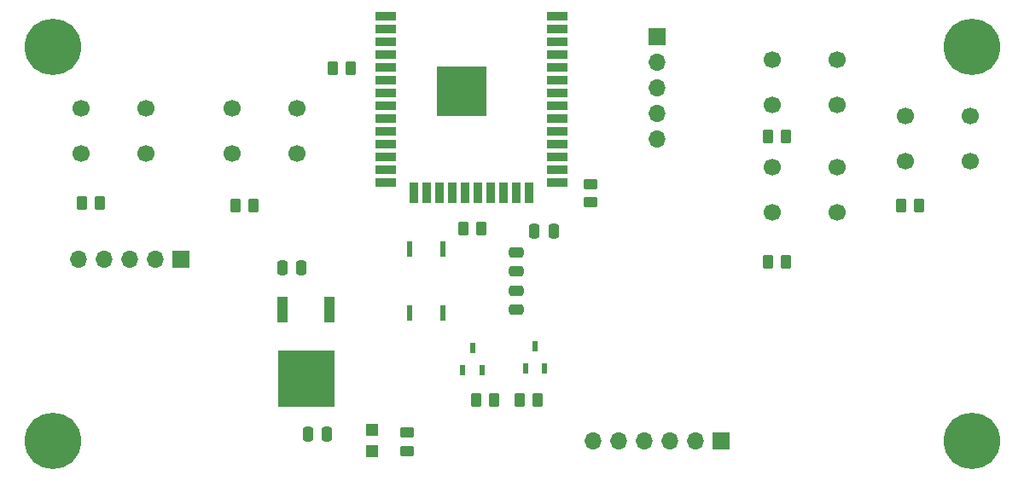
<source format=gbr>
%TF.GenerationSoftware,KiCad,Pcbnew,(6.0.2)*%
%TF.CreationDate,2022-03-10T00:50:20-05:00*%
%TF.ProjectId,controller,636f6e74-726f-46c6-9c65-722e6b696361,rev?*%
%TF.SameCoordinates,Original*%
%TF.FileFunction,Soldermask,Top*%
%TF.FilePolarity,Negative*%
%FSLAX46Y46*%
G04 Gerber Fmt 4.6, Leading zero omitted, Abs format (unit mm)*
G04 Created by KiCad (PCBNEW (6.0.2)) date 2022-03-10 00:50:20*
%MOMM*%
%LPD*%
G01*
G04 APERTURE LIST*
G04 Aperture macros list*
%AMRoundRect*
0 Rectangle with rounded corners*
0 $1 Rounding radius*
0 $2 $3 $4 $5 $6 $7 $8 $9 X,Y pos of 4 corners*
0 Add a 4 corners polygon primitive as box body*
4,1,4,$2,$3,$4,$5,$6,$7,$8,$9,$2,$3,0*
0 Add four circle primitives for the rounded corners*
1,1,$1+$1,$2,$3*
1,1,$1+$1,$4,$5*
1,1,$1+$1,$6,$7*
1,1,$1+$1,$8,$9*
0 Add four rect primitives between the rounded corners*
20,1,$1+$1,$2,$3,$4,$5,0*
20,1,$1+$1,$4,$5,$6,$7,0*
20,1,$1+$1,$6,$7,$8,$9,0*
20,1,$1+$1,$8,$9,$2,$3,0*%
G04 Aperture macros list end*
%ADD10R,1.000000X2.500000*%
%ADD11R,5.632000X5.700000*%
%ADD12R,1.700000X1.700000*%
%ADD13O,1.700000X1.700000*%
%ADD14RoundRect,0.250000X-0.262500X-0.450000X0.262500X-0.450000X0.262500X0.450000X-0.262500X0.450000X0*%
%ADD15RoundRect,0.250000X0.262500X0.450000X-0.262500X0.450000X-0.262500X-0.450000X0.262500X-0.450000X0*%
%ADD16R,0.550000X1.500000*%
%ADD17C,1.700000*%
%ADD18R,2.000000X0.900000*%
%ADD19R,0.900000X2.000000*%
%ADD20R,5.000000X5.000000*%
%ADD21RoundRect,0.250000X0.475000X-0.250000X0.475000X0.250000X-0.475000X0.250000X-0.475000X-0.250000X0*%
%ADD22RoundRect,0.250000X-0.475000X0.250000X-0.475000X-0.250000X0.475000X-0.250000X0.475000X0.250000X0*%
%ADD23RoundRect,0.250000X-0.250000X-0.475000X0.250000X-0.475000X0.250000X0.475000X-0.250000X0.475000X0*%
%ADD24R,0.600000X1.100000*%
%ADD25R,1.200000X1.200000*%
%ADD26RoundRect,0.250000X-0.450000X0.262500X-0.450000X-0.262500X0.450000X-0.262500X0.450000X0.262500X0*%
%ADD27C,5.600000*%
G04 APERTURE END LIST*
D10*
%TO.C,IC1*%
X116092000Y-84741000D03*
D11*
X113792000Y-91591000D03*
D10*
X111492000Y-84741000D03*
%TD*%
D12*
%TO.C,J2*%
X148590000Y-57658000D03*
D13*
X148590000Y-60198000D03*
X148590000Y-62738000D03*
X148590000Y-65278000D03*
X148590000Y-67818000D03*
%TD*%
D14*
%TO.C,R4*%
X106783500Y-74422000D03*
X108608500Y-74422000D03*
%TD*%
%TO.C,R5*%
X91543500Y-74168000D03*
X93368500Y-74168000D03*
%TD*%
D15*
%TO.C,R7*%
X174648500Y-74422000D03*
X172823500Y-74422000D03*
%TD*%
D14*
%TO.C,R8*%
X159615500Y-80010000D03*
X161440500Y-80010000D03*
%TD*%
D16*
%TO.C,SW1*%
X124105000Y-85090000D03*
X127355000Y-85090000D03*
%TD*%
%TO.C,SW2*%
X124105000Y-78740000D03*
X127355000Y-78740000D03*
%TD*%
D17*
%TO.C,SW4*%
X91440000Y-64770000D03*
X97940000Y-64770000D03*
X91440000Y-69270000D03*
X97940000Y-69270000D03*
%TD*%
%TO.C,SW5*%
X160020000Y-59944000D03*
X166520000Y-59944000D03*
X160020000Y-64444000D03*
X166520000Y-64444000D03*
%TD*%
%TO.C,SW6*%
X173228000Y-65532000D03*
X179728000Y-65532000D03*
X173228000Y-70032000D03*
X179728000Y-70032000D03*
%TD*%
%TO.C,SW7*%
X160020000Y-70612000D03*
X166520000Y-70612000D03*
X160020000Y-75112000D03*
X166520000Y-75112000D03*
%TD*%
D18*
%TO.C,IC2*%
X121700000Y-55615000D03*
X121700000Y-56885000D03*
X121700000Y-58155000D03*
X121700000Y-59425000D03*
X121700000Y-60695000D03*
X121700000Y-61965000D03*
X121700000Y-63235000D03*
X121700000Y-64505000D03*
X121700000Y-65775000D03*
X121700000Y-67045000D03*
X121700000Y-68315000D03*
X121700000Y-69585000D03*
X121700000Y-70855000D03*
X121700000Y-72125000D03*
D19*
X124485000Y-73125000D03*
X125755000Y-73125000D03*
X127025000Y-73125000D03*
X128295000Y-73125000D03*
X129565000Y-73125000D03*
X130835000Y-73125000D03*
X132105000Y-73125000D03*
X133375000Y-73125000D03*
X134645000Y-73125000D03*
X135915000Y-73125000D03*
D18*
X138700000Y-72125000D03*
X138700000Y-70855000D03*
X138700000Y-69585000D03*
X138700000Y-68315000D03*
X138700000Y-67045000D03*
X138700000Y-65775000D03*
X138700000Y-64505000D03*
X138700000Y-63235000D03*
X138700000Y-61965000D03*
X138700000Y-60695000D03*
X138700000Y-59425000D03*
X138700000Y-58155000D03*
X138700000Y-56885000D03*
X138700000Y-55615000D03*
D20*
X129200000Y-63115000D03*
%TD*%
D14*
%TO.C,R3*%
X129389500Y-76708000D03*
X131214500Y-76708000D03*
%TD*%
D21*
%TO.C,C1*%
X134620000Y-84770000D03*
X134620000Y-82870000D03*
%TD*%
D22*
%TO.C,C2*%
X134620000Y-79060000D03*
X134620000Y-80960000D03*
%TD*%
D23*
%TO.C,C3*%
X136464000Y-76962000D03*
X138364000Y-76962000D03*
%TD*%
D15*
%TO.C,R1*%
X136802500Y-93726000D03*
X134977500Y-93726000D03*
%TD*%
D24*
%TO.C,Q1*%
X129352000Y-90762000D03*
X131252000Y-90762000D03*
X130302000Y-88562000D03*
%TD*%
D14*
%TO.C,R2*%
X130659500Y-93726000D03*
X132484500Y-93726000D03*
%TD*%
D24*
%TO.C,Q2*%
X135581001Y-90630999D03*
X137481001Y-90630999D03*
X136531001Y-88430999D03*
%TD*%
D12*
%TO.C,J1*%
X101346000Y-79756000D03*
D13*
X98806000Y-79756000D03*
X96266000Y-79756000D03*
X93726000Y-79756000D03*
X91186000Y-79756000D03*
%TD*%
D25*
%TO.C,D1*%
X120380000Y-96700000D03*
X120380000Y-98800000D03*
%TD*%
D26*
%TO.C,R9*%
X123832000Y-96957500D03*
X123832000Y-98782500D03*
%TD*%
D12*
%TO.C,J3*%
X154940000Y-97790000D03*
D13*
X152400000Y-97790000D03*
X149860000Y-97790000D03*
X147320000Y-97790000D03*
X144780000Y-97790000D03*
X142240000Y-97790000D03*
%TD*%
D14*
%TO.C,R6*%
X159615500Y-67564000D03*
X161440500Y-67564000D03*
%TD*%
D17*
%TO.C,SW3*%
X106426000Y-64770000D03*
X112926000Y-64770000D03*
X106426000Y-69270000D03*
X112926000Y-69270000D03*
%TD*%
D27*
%TO.C,REF\u002A\u002A*%
X179832000Y-97790000D03*
%TD*%
D23*
%TO.C,C7*%
X111445000Y-80645000D03*
X113345000Y-80645000D03*
%TD*%
%TO.C,C6*%
X113985000Y-97155000D03*
X115885000Y-97155000D03*
%TD*%
D26*
%TO.C,R10*%
X141980000Y-72297500D03*
X141980000Y-74122500D03*
%TD*%
D15*
%TO.C,R11*%
X118242500Y-60810000D03*
X116417500Y-60810000D03*
%TD*%
D27*
%TO.C,REF\u002A\u002A*%
X179832000Y-58674000D03*
%TD*%
%TO.C,REF\u002A\u002A*%
X88646000Y-97840000D03*
%TD*%
%TO.C,REF\u002A\u002A*%
X88646000Y-58674000D03*
%TD*%
M02*

</source>
